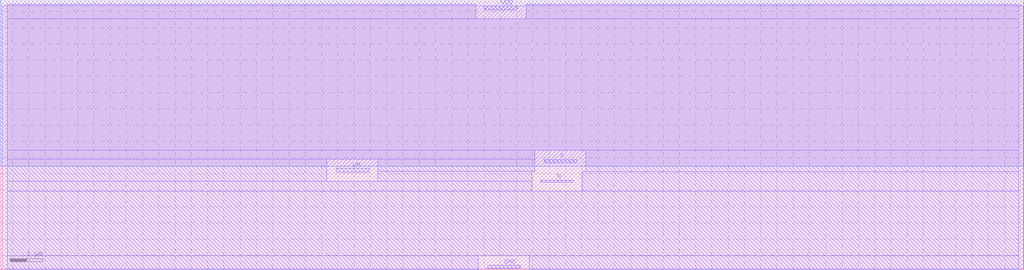
<source format=lef>
MACRO CON_IV_phvt_nn
  CLASS BLOCK ;
  FOREIGN CON_IV_phvt_nn ;
  ORIGIN -24.640 -6.060 ;
  SIZE 31.440 BY 8.300 ;
  PIN VDD
    ANTENNAGATEAREA 26.000000 ;
    ANTENNADIFFAREA 27.285349 ;
    PORT
      LAYER met1 ;
        RECT 39.515 14.045 40.515 14.165 ;
    END
  END VDD
  PIN GND
    ANTENNAGATEAREA 52.000000 ;
    ANTENNADIFFAREA 16.142099 ;
    PORT
      LAYER met1 ;
        RECT 39.605 6.105 40.605 6.200 ;
    END
  END GND
  PIN N
    ANTENNAGATEAREA 16.000000 ;
    PORT
      LAYER met1 ;
        RECT 41.235 8.750 42.235 8.810 ;
    END
  END N
  PIN P
    ANTENNAGATEAREA 32.000000 ;
    PORT
      LAYER met1 ;
        RECT 41.340 9.350 42.340 9.445 ;
    END
  END P
  PIN VM
    ANTENNAGATEAREA 6.000000 ;
    ANTENNADIFFAREA 1.740000 ;
    PORT
      LAYER met1 ;
        RECT 34.945 9.050 35.945 9.170 ;
    END
  END VM
  OBS
      LAYER nwell ;
        RECT 24.640 9.230 56.080 14.360 ;
      LAYER li1 ;
        RECT 24.685 6.090 56.075 14.175 ;
      LAYER met1 ;
        RECT 24.835 13.765 39.235 14.225 ;
        RECT 40.795 13.765 55.940 14.225 ;
        RECT 24.835 9.725 55.940 13.765 ;
        RECT 24.835 9.450 41.060 9.725 ;
        RECT 24.835 8.770 34.665 9.450 ;
        RECT 36.225 9.090 41.060 9.450 ;
        RECT 36.225 8.770 40.955 9.090 ;
        RECT 42.620 9.070 55.940 9.725 ;
        RECT 24.835 8.470 40.955 8.770 ;
        RECT 42.515 8.470 55.940 9.070 ;
        RECT 24.835 6.480 55.940 8.470 ;
        RECT 24.835 6.060 39.325 6.480 ;
        RECT 40.885 6.060 55.940 6.480 ;
  END
END CON_IV_phvt_nn
END LIBRARY


</source>
